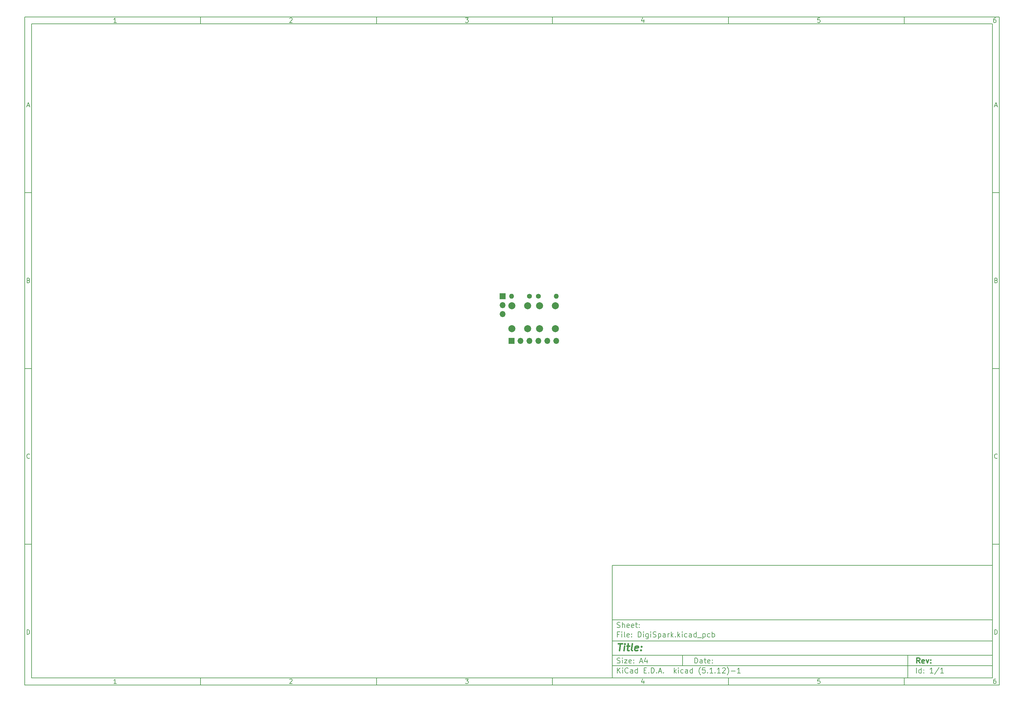
<source format=gbr>
%TF.GenerationSoftware,KiCad,Pcbnew,(5.1.12)-1*%
%TF.CreationDate,2022-07-31T01:05:36+09:00*%
%TF.ProjectId,DigiSpark,44696769-5370-4617-926b-2e6b69636164,rev?*%
%TF.SameCoordinates,Original*%
%TF.FileFunction,Soldermask,Top*%
%TF.FilePolarity,Negative*%
%FSLAX46Y46*%
G04 Gerber Fmt 4.6, Leading zero omitted, Abs format (unit mm)*
G04 Created by KiCad (PCBNEW (5.1.12)-1) date 2022-07-31 01:05:36*
%MOMM*%
%LPD*%
G01*
G04 APERTURE LIST*
%ADD10C,0.100000*%
%ADD11C,0.150000*%
%ADD12C,0.300000*%
%ADD13C,0.400000*%
%ADD14C,2.000000*%
%ADD15O,1.700000X1.700000*%
%ADD16R,1.700000X1.700000*%
%ADD17O,1.400000X1.400000*%
%ADD18C,1.400000*%
G04 APERTURE END LIST*
D10*
D11*
X177002200Y-166007200D02*
X177002200Y-198007200D01*
X285002200Y-198007200D01*
X285002200Y-166007200D01*
X177002200Y-166007200D01*
D10*
D11*
X10000000Y-10000000D02*
X10000000Y-200007200D01*
X287002200Y-200007200D01*
X287002200Y-10000000D01*
X10000000Y-10000000D01*
D10*
D11*
X12000000Y-12000000D02*
X12000000Y-198007200D01*
X285002200Y-198007200D01*
X285002200Y-12000000D01*
X12000000Y-12000000D01*
D10*
D11*
X60000000Y-12000000D02*
X60000000Y-10000000D01*
D10*
D11*
X110000000Y-12000000D02*
X110000000Y-10000000D01*
D10*
D11*
X160000000Y-12000000D02*
X160000000Y-10000000D01*
D10*
D11*
X210000000Y-12000000D02*
X210000000Y-10000000D01*
D10*
D11*
X260000000Y-12000000D02*
X260000000Y-10000000D01*
D10*
D11*
X36065476Y-11588095D02*
X35322619Y-11588095D01*
X35694047Y-11588095D02*
X35694047Y-10288095D01*
X35570238Y-10473809D01*
X35446428Y-10597619D01*
X35322619Y-10659523D01*
D10*
D11*
X85322619Y-10411904D02*
X85384523Y-10350000D01*
X85508333Y-10288095D01*
X85817857Y-10288095D01*
X85941666Y-10350000D01*
X86003571Y-10411904D01*
X86065476Y-10535714D01*
X86065476Y-10659523D01*
X86003571Y-10845238D01*
X85260714Y-11588095D01*
X86065476Y-11588095D01*
D10*
D11*
X135260714Y-10288095D02*
X136065476Y-10288095D01*
X135632142Y-10783333D01*
X135817857Y-10783333D01*
X135941666Y-10845238D01*
X136003571Y-10907142D01*
X136065476Y-11030952D01*
X136065476Y-11340476D01*
X136003571Y-11464285D01*
X135941666Y-11526190D01*
X135817857Y-11588095D01*
X135446428Y-11588095D01*
X135322619Y-11526190D01*
X135260714Y-11464285D01*
D10*
D11*
X185941666Y-10721428D02*
X185941666Y-11588095D01*
X185632142Y-10226190D02*
X185322619Y-11154761D01*
X186127380Y-11154761D01*
D10*
D11*
X236003571Y-10288095D02*
X235384523Y-10288095D01*
X235322619Y-10907142D01*
X235384523Y-10845238D01*
X235508333Y-10783333D01*
X235817857Y-10783333D01*
X235941666Y-10845238D01*
X236003571Y-10907142D01*
X236065476Y-11030952D01*
X236065476Y-11340476D01*
X236003571Y-11464285D01*
X235941666Y-11526190D01*
X235817857Y-11588095D01*
X235508333Y-11588095D01*
X235384523Y-11526190D01*
X235322619Y-11464285D01*
D10*
D11*
X285941666Y-10288095D02*
X285694047Y-10288095D01*
X285570238Y-10350000D01*
X285508333Y-10411904D01*
X285384523Y-10597619D01*
X285322619Y-10845238D01*
X285322619Y-11340476D01*
X285384523Y-11464285D01*
X285446428Y-11526190D01*
X285570238Y-11588095D01*
X285817857Y-11588095D01*
X285941666Y-11526190D01*
X286003571Y-11464285D01*
X286065476Y-11340476D01*
X286065476Y-11030952D01*
X286003571Y-10907142D01*
X285941666Y-10845238D01*
X285817857Y-10783333D01*
X285570238Y-10783333D01*
X285446428Y-10845238D01*
X285384523Y-10907142D01*
X285322619Y-11030952D01*
D10*
D11*
X60000000Y-198007200D02*
X60000000Y-200007200D01*
D10*
D11*
X110000000Y-198007200D02*
X110000000Y-200007200D01*
D10*
D11*
X160000000Y-198007200D02*
X160000000Y-200007200D01*
D10*
D11*
X210000000Y-198007200D02*
X210000000Y-200007200D01*
D10*
D11*
X260000000Y-198007200D02*
X260000000Y-200007200D01*
D10*
D11*
X36065476Y-199595295D02*
X35322619Y-199595295D01*
X35694047Y-199595295D02*
X35694047Y-198295295D01*
X35570238Y-198481009D01*
X35446428Y-198604819D01*
X35322619Y-198666723D01*
D10*
D11*
X85322619Y-198419104D02*
X85384523Y-198357200D01*
X85508333Y-198295295D01*
X85817857Y-198295295D01*
X85941666Y-198357200D01*
X86003571Y-198419104D01*
X86065476Y-198542914D01*
X86065476Y-198666723D01*
X86003571Y-198852438D01*
X85260714Y-199595295D01*
X86065476Y-199595295D01*
D10*
D11*
X135260714Y-198295295D02*
X136065476Y-198295295D01*
X135632142Y-198790533D01*
X135817857Y-198790533D01*
X135941666Y-198852438D01*
X136003571Y-198914342D01*
X136065476Y-199038152D01*
X136065476Y-199347676D01*
X136003571Y-199471485D01*
X135941666Y-199533390D01*
X135817857Y-199595295D01*
X135446428Y-199595295D01*
X135322619Y-199533390D01*
X135260714Y-199471485D01*
D10*
D11*
X185941666Y-198728628D02*
X185941666Y-199595295D01*
X185632142Y-198233390D02*
X185322619Y-199161961D01*
X186127380Y-199161961D01*
D10*
D11*
X236003571Y-198295295D02*
X235384523Y-198295295D01*
X235322619Y-198914342D01*
X235384523Y-198852438D01*
X235508333Y-198790533D01*
X235817857Y-198790533D01*
X235941666Y-198852438D01*
X236003571Y-198914342D01*
X236065476Y-199038152D01*
X236065476Y-199347676D01*
X236003571Y-199471485D01*
X235941666Y-199533390D01*
X235817857Y-199595295D01*
X235508333Y-199595295D01*
X235384523Y-199533390D01*
X235322619Y-199471485D01*
D10*
D11*
X285941666Y-198295295D02*
X285694047Y-198295295D01*
X285570238Y-198357200D01*
X285508333Y-198419104D01*
X285384523Y-198604819D01*
X285322619Y-198852438D01*
X285322619Y-199347676D01*
X285384523Y-199471485D01*
X285446428Y-199533390D01*
X285570238Y-199595295D01*
X285817857Y-199595295D01*
X285941666Y-199533390D01*
X286003571Y-199471485D01*
X286065476Y-199347676D01*
X286065476Y-199038152D01*
X286003571Y-198914342D01*
X285941666Y-198852438D01*
X285817857Y-198790533D01*
X285570238Y-198790533D01*
X285446428Y-198852438D01*
X285384523Y-198914342D01*
X285322619Y-199038152D01*
D10*
D11*
X10000000Y-60000000D02*
X12000000Y-60000000D01*
D10*
D11*
X10000000Y-110000000D02*
X12000000Y-110000000D01*
D10*
D11*
X10000000Y-160000000D02*
X12000000Y-160000000D01*
D10*
D11*
X10690476Y-35216666D02*
X11309523Y-35216666D01*
X10566666Y-35588095D02*
X11000000Y-34288095D01*
X11433333Y-35588095D01*
D10*
D11*
X11092857Y-84907142D02*
X11278571Y-84969047D01*
X11340476Y-85030952D01*
X11402380Y-85154761D01*
X11402380Y-85340476D01*
X11340476Y-85464285D01*
X11278571Y-85526190D01*
X11154761Y-85588095D01*
X10659523Y-85588095D01*
X10659523Y-84288095D01*
X11092857Y-84288095D01*
X11216666Y-84350000D01*
X11278571Y-84411904D01*
X11340476Y-84535714D01*
X11340476Y-84659523D01*
X11278571Y-84783333D01*
X11216666Y-84845238D01*
X11092857Y-84907142D01*
X10659523Y-84907142D01*
D10*
D11*
X11402380Y-135464285D02*
X11340476Y-135526190D01*
X11154761Y-135588095D01*
X11030952Y-135588095D01*
X10845238Y-135526190D01*
X10721428Y-135402380D01*
X10659523Y-135278571D01*
X10597619Y-135030952D01*
X10597619Y-134845238D01*
X10659523Y-134597619D01*
X10721428Y-134473809D01*
X10845238Y-134350000D01*
X11030952Y-134288095D01*
X11154761Y-134288095D01*
X11340476Y-134350000D01*
X11402380Y-134411904D01*
D10*
D11*
X10659523Y-185588095D02*
X10659523Y-184288095D01*
X10969047Y-184288095D01*
X11154761Y-184350000D01*
X11278571Y-184473809D01*
X11340476Y-184597619D01*
X11402380Y-184845238D01*
X11402380Y-185030952D01*
X11340476Y-185278571D01*
X11278571Y-185402380D01*
X11154761Y-185526190D01*
X10969047Y-185588095D01*
X10659523Y-185588095D01*
D10*
D11*
X287002200Y-60000000D02*
X285002200Y-60000000D01*
D10*
D11*
X287002200Y-110000000D02*
X285002200Y-110000000D01*
D10*
D11*
X287002200Y-160000000D02*
X285002200Y-160000000D01*
D10*
D11*
X285692676Y-35216666D02*
X286311723Y-35216666D01*
X285568866Y-35588095D02*
X286002200Y-34288095D01*
X286435533Y-35588095D01*
D10*
D11*
X286095057Y-84907142D02*
X286280771Y-84969047D01*
X286342676Y-85030952D01*
X286404580Y-85154761D01*
X286404580Y-85340476D01*
X286342676Y-85464285D01*
X286280771Y-85526190D01*
X286156961Y-85588095D01*
X285661723Y-85588095D01*
X285661723Y-84288095D01*
X286095057Y-84288095D01*
X286218866Y-84350000D01*
X286280771Y-84411904D01*
X286342676Y-84535714D01*
X286342676Y-84659523D01*
X286280771Y-84783333D01*
X286218866Y-84845238D01*
X286095057Y-84907142D01*
X285661723Y-84907142D01*
D10*
D11*
X286404580Y-135464285D02*
X286342676Y-135526190D01*
X286156961Y-135588095D01*
X286033152Y-135588095D01*
X285847438Y-135526190D01*
X285723628Y-135402380D01*
X285661723Y-135278571D01*
X285599819Y-135030952D01*
X285599819Y-134845238D01*
X285661723Y-134597619D01*
X285723628Y-134473809D01*
X285847438Y-134350000D01*
X286033152Y-134288095D01*
X286156961Y-134288095D01*
X286342676Y-134350000D01*
X286404580Y-134411904D01*
D10*
D11*
X285661723Y-185588095D02*
X285661723Y-184288095D01*
X285971247Y-184288095D01*
X286156961Y-184350000D01*
X286280771Y-184473809D01*
X286342676Y-184597619D01*
X286404580Y-184845238D01*
X286404580Y-185030952D01*
X286342676Y-185278571D01*
X286280771Y-185402380D01*
X286156961Y-185526190D01*
X285971247Y-185588095D01*
X285661723Y-185588095D01*
D10*
D11*
X200434342Y-193785771D02*
X200434342Y-192285771D01*
X200791485Y-192285771D01*
X201005771Y-192357200D01*
X201148628Y-192500057D01*
X201220057Y-192642914D01*
X201291485Y-192928628D01*
X201291485Y-193142914D01*
X201220057Y-193428628D01*
X201148628Y-193571485D01*
X201005771Y-193714342D01*
X200791485Y-193785771D01*
X200434342Y-193785771D01*
X202577200Y-193785771D02*
X202577200Y-193000057D01*
X202505771Y-192857200D01*
X202362914Y-192785771D01*
X202077200Y-192785771D01*
X201934342Y-192857200D01*
X202577200Y-193714342D02*
X202434342Y-193785771D01*
X202077200Y-193785771D01*
X201934342Y-193714342D01*
X201862914Y-193571485D01*
X201862914Y-193428628D01*
X201934342Y-193285771D01*
X202077200Y-193214342D01*
X202434342Y-193214342D01*
X202577200Y-193142914D01*
X203077200Y-192785771D02*
X203648628Y-192785771D01*
X203291485Y-192285771D02*
X203291485Y-193571485D01*
X203362914Y-193714342D01*
X203505771Y-193785771D01*
X203648628Y-193785771D01*
X204720057Y-193714342D02*
X204577200Y-193785771D01*
X204291485Y-193785771D01*
X204148628Y-193714342D01*
X204077200Y-193571485D01*
X204077200Y-193000057D01*
X204148628Y-192857200D01*
X204291485Y-192785771D01*
X204577200Y-192785771D01*
X204720057Y-192857200D01*
X204791485Y-193000057D01*
X204791485Y-193142914D01*
X204077200Y-193285771D01*
X205434342Y-193642914D02*
X205505771Y-193714342D01*
X205434342Y-193785771D01*
X205362914Y-193714342D01*
X205434342Y-193642914D01*
X205434342Y-193785771D01*
X205434342Y-192857200D02*
X205505771Y-192928628D01*
X205434342Y-193000057D01*
X205362914Y-192928628D01*
X205434342Y-192857200D01*
X205434342Y-193000057D01*
D10*
D11*
X177002200Y-194507200D02*
X285002200Y-194507200D01*
D10*
D11*
X178434342Y-196585771D02*
X178434342Y-195085771D01*
X179291485Y-196585771D02*
X178648628Y-195728628D01*
X179291485Y-195085771D02*
X178434342Y-195942914D01*
X179934342Y-196585771D02*
X179934342Y-195585771D01*
X179934342Y-195085771D02*
X179862914Y-195157200D01*
X179934342Y-195228628D01*
X180005771Y-195157200D01*
X179934342Y-195085771D01*
X179934342Y-195228628D01*
X181505771Y-196442914D02*
X181434342Y-196514342D01*
X181220057Y-196585771D01*
X181077200Y-196585771D01*
X180862914Y-196514342D01*
X180720057Y-196371485D01*
X180648628Y-196228628D01*
X180577200Y-195942914D01*
X180577200Y-195728628D01*
X180648628Y-195442914D01*
X180720057Y-195300057D01*
X180862914Y-195157200D01*
X181077200Y-195085771D01*
X181220057Y-195085771D01*
X181434342Y-195157200D01*
X181505771Y-195228628D01*
X182791485Y-196585771D02*
X182791485Y-195800057D01*
X182720057Y-195657200D01*
X182577200Y-195585771D01*
X182291485Y-195585771D01*
X182148628Y-195657200D01*
X182791485Y-196514342D02*
X182648628Y-196585771D01*
X182291485Y-196585771D01*
X182148628Y-196514342D01*
X182077200Y-196371485D01*
X182077200Y-196228628D01*
X182148628Y-196085771D01*
X182291485Y-196014342D01*
X182648628Y-196014342D01*
X182791485Y-195942914D01*
X184148628Y-196585771D02*
X184148628Y-195085771D01*
X184148628Y-196514342D02*
X184005771Y-196585771D01*
X183720057Y-196585771D01*
X183577200Y-196514342D01*
X183505771Y-196442914D01*
X183434342Y-196300057D01*
X183434342Y-195871485D01*
X183505771Y-195728628D01*
X183577200Y-195657200D01*
X183720057Y-195585771D01*
X184005771Y-195585771D01*
X184148628Y-195657200D01*
X186005771Y-195800057D02*
X186505771Y-195800057D01*
X186720057Y-196585771D02*
X186005771Y-196585771D01*
X186005771Y-195085771D01*
X186720057Y-195085771D01*
X187362914Y-196442914D02*
X187434342Y-196514342D01*
X187362914Y-196585771D01*
X187291485Y-196514342D01*
X187362914Y-196442914D01*
X187362914Y-196585771D01*
X188077200Y-196585771D02*
X188077200Y-195085771D01*
X188434342Y-195085771D01*
X188648628Y-195157200D01*
X188791485Y-195300057D01*
X188862914Y-195442914D01*
X188934342Y-195728628D01*
X188934342Y-195942914D01*
X188862914Y-196228628D01*
X188791485Y-196371485D01*
X188648628Y-196514342D01*
X188434342Y-196585771D01*
X188077200Y-196585771D01*
X189577200Y-196442914D02*
X189648628Y-196514342D01*
X189577200Y-196585771D01*
X189505771Y-196514342D01*
X189577200Y-196442914D01*
X189577200Y-196585771D01*
X190220057Y-196157200D02*
X190934342Y-196157200D01*
X190077200Y-196585771D02*
X190577200Y-195085771D01*
X191077200Y-196585771D01*
X191577200Y-196442914D02*
X191648628Y-196514342D01*
X191577200Y-196585771D01*
X191505771Y-196514342D01*
X191577200Y-196442914D01*
X191577200Y-196585771D01*
X194577200Y-196585771D02*
X194577200Y-195085771D01*
X194720057Y-196014342D02*
X195148628Y-196585771D01*
X195148628Y-195585771D02*
X194577200Y-196157200D01*
X195791485Y-196585771D02*
X195791485Y-195585771D01*
X195791485Y-195085771D02*
X195720057Y-195157200D01*
X195791485Y-195228628D01*
X195862914Y-195157200D01*
X195791485Y-195085771D01*
X195791485Y-195228628D01*
X197148628Y-196514342D02*
X197005771Y-196585771D01*
X196720057Y-196585771D01*
X196577200Y-196514342D01*
X196505771Y-196442914D01*
X196434342Y-196300057D01*
X196434342Y-195871485D01*
X196505771Y-195728628D01*
X196577200Y-195657200D01*
X196720057Y-195585771D01*
X197005771Y-195585771D01*
X197148628Y-195657200D01*
X198434342Y-196585771D02*
X198434342Y-195800057D01*
X198362914Y-195657200D01*
X198220057Y-195585771D01*
X197934342Y-195585771D01*
X197791485Y-195657200D01*
X198434342Y-196514342D02*
X198291485Y-196585771D01*
X197934342Y-196585771D01*
X197791485Y-196514342D01*
X197720057Y-196371485D01*
X197720057Y-196228628D01*
X197791485Y-196085771D01*
X197934342Y-196014342D01*
X198291485Y-196014342D01*
X198434342Y-195942914D01*
X199791485Y-196585771D02*
X199791485Y-195085771D01*
X199791485Y-196514342D02*
X199648628Y-196585771D01*
X199362914Y-196585771D01*
X199220057Y-196514342D01*
X199148628Y-196442914D01*
X199077200Y-196300057D01*
X199077200Y-195871485D01*
X199148628Y-195728628D01*
X199220057Y-195657200D01*
X199362914Y-195585771D01*
X199648628Y-195585771D01*
X199791485Y-195657200D01*
X202077200Y-197157200D02*
X202005771Y-197085771D01*
X201862914Y-196871485D01*
X201791485Y-196728628D01*
X201720057Y-196514342D01*
X201648628Y-196157200D01*
X201648628Y-195871485D01*
X201720057Y-195514342D01*
X201791485Y-195300057D01*
X201862914Y-195157200D01*
X202005771Y-194942914D01*
X202077200Y-194871485D01*
X203362914Y-195085771D02*
X202648628Y-195085771D01*
X202577200Y-195800057D01*
X202648628Y-195728628D01*
X202791485Y-195657200D01*
X203148628Y-195657200D01*
X203291485Y-195728628D01*
X203362914Y-195800057D01*
X203434342Y-195942914D01*
X203434342Y-196300057D01*
X203362914Y-196442914D01*
X203291485Y-196514342D01*
X203148628Y-196585771D01*
X202791485Y-196585771D01*
X202648628Y-196514342D01*
X202577200Y-196442914D01*
X204077200Y-196442914D02*
X204148628Y-196514342D01*
X204077200Y-196585771D01*
X204005771Y-196514342D01*
X204077200Y-196442914D01*
X204077200Y-196585771D01*
X205577200Y-196585771D02*
X204720057Y-196585771D01*
X205148628Y-196585771D02*
X205148628Y-195085771D01*
X205005771Y-195300057D01*
X204862914Y-195442914D01*
X204720057Y-195514342D01*
X206220057Y-196442914D02*
X206291485Y-196514342D01*
X206220057Y-196585771D01*
X206148628Y-196514342D01*
X206220057Y-196442914D01*
X206220057Y-196585771D01*
X207720057Y-196585771D02*
X206862914Y-196585771D01*
X207291485Y-196585771D02*
X207291485Y-195085771D01*
X207148628Y-195300057D01*
X207005771Y-195442914D01*
X206862914Y-195514342D01*
X208291485Y-195228628D02*
X208362914Y-195157200D01*
X208505771Y-195085771D01*
X208862914Y-195085771D01*
X209005771Y-195157200D01*
X209077200Y-195228628D01*
X209148628Y-195371485D01*
X209148628Y-195514342D01*
X209077200Y-195728628D01*
X208220057Y-196585771D01*
X209148628Y-196585771D01*
X209648628Y-197157200D02*
X209720057Y-197085771D01*
X209862914Y-196871485D01*
X209934342Y-196728628D01*
X210005771Y-196514342D01*
X210077200Y-196157200D01*
X210077200Y-195871485D01*
X210005771Y-195514342D01*
X209934342Y-195300057D01*
X209862914Y-195157200D01*
X209720057Y-194942914D01*
X209648628Y-194871485D01*
X210791485Y-196014342D02*
X211934342Y-196014342D01*
X213434342Y-196585771D02*
X212577200Y-196585771D01*
X213005771Y-196585771D02*
X213005771Y-195085771D01*
X212862914Y-195300057D01*
X212720057Y-195442914D01*
X212577200Y-195514342D01*
D10*
D11*
X177002200Y-191507200D02*
X285002200Y-191507200D01*
D10*
D12*
X264411485Y-193785771D02*
X263911485Y-193071485D01*
X263554342Y-193785771D02*
X263554342Y-192285771D01*
X264125771Y-192285771D01*
X264268628Y-192357200D01*
X264340057Y-192428628D01*
X264411485Y-192571485D01*
X264411485Y-192785771D01*
X264340057Y-192928628D01*
X264268628Y-193000057D01*
X264125771Y-193071485D01*
X263554342Y-193071485D01*
X265625771Y-193714342D02*
X265482914Y-193785771D01*
X265197200Y-193785771D01*
X265054342Y-193714342D01*
X264982914Y-193571485D01*
X264982914Y-193000057D01*
X265054342Y-192857200D01*
X265197200Y-192785771D01*
X265482914Y-192785771D01*
X265625771Y-192857200D01*
X265697200Y-193000057D01*
X265697200Y-193142914D01*
X264982914Y-193285771D01*
X266197200Y-192785771D02*
X266554342Y-193785771D01*
X266911485Y-192785771D01*
X267482914Y-193642914D02*
X267554342Y-193714342D01*
X267482914Y-193785771D01*
X267411485Y-193714342D01*
X267482914Y-193642914D01*
X267482914Y-193785771D01*
X267482914Y-192857200D02*
X267554342Y-192928628D01*
X267482914Y-193000057D01*
X267411485Y-192928628D01*
X267482914Y-192857200D01*
X267482914Y-193000057D01*
D10*
D11*
X178362914Y-193714342D02*
X178577200Y-193785771D01*
X178934342Y-193785771D01*
X179077200Y-193714342D01*
X179148628Y-193642914D01*
X179220057Y-193500057D01*
X179220057Y-193357200D01*
X179148628Y-193214342D01*
X179077200Y-193142914D01*
X178934342Y-193071485D01*
X178648628Y-193000057D01*
X178505771Y-192928628D01*
X178434342Y-192857200D01*
X178362914Y-192714342D01*
X178362914Y-192571485D01*
X178434342Y-192428628D01*
X178505771Y-192357200D01*
X178648628Y-192285771D01*
X179005771Y-192285771D01*
X179220057Y-192357200D01*
X179862914Y-193785771D02*
X179862914Y-192785771D01*
X179862914Y-192285771D02*
X179791485Y-192357200D01*
X179862914Y-192428628D01*
X179934342Y-192357200D01*
X179862914Y-192285771D01*
X179862914Y-192428628D01*
X180434342Y-192785771D02*
X181220057Y-192785771D01*
X180434342Y-193785771D01*
X181220057Y-193785771D01*
X182362914Y-193714342D02*
X182220057Y-193785771D01*
X181934342Y-193785771D01*
X181791485Y-193714342D01*
X181720057Y-193571485D01*
X181720057Y-193000057D01*
X181791485Y-192857200D01*
X181934342Y-192785771D01*
X182220057Y-192785771D01*
X182362914Y-192857200D01*
X182434342Y-193000057D01*
X182434342Y-193142914D01*
X181720057Y-193285771D01*
X183077200Y-193642914D02*
X183148628Y-193714342D01*
X183077200Y-193785771D01*
X183005771Y-193714342D01*
X183077200Y-193642914D01*
X183077200Y-193785771D01*
X183077200Y-192857200D02*
X183148628Y-192928628D01*
X183077200Y-193000057D01*
X183005771Y-192928628D01*
X183077200Y-192857200D01*
X183077200Y-193000057D01*
X184862914Y-193357200D02*
X185577200Y-193357200D01*
X184720057Y-193785771D02*
X185220057Y-192285771D01*
X185720057Y-193785771D01*
X186862914Y-192785771D02*
X186862914Y-193785771D01*
X186505771Y-192214342D02*
X186148628Y-193285771D01*
X187077200Y-193285771D01*
D10*
D11*
X263434342Y-196585771D02*
X263434342Y-195085771D01*
X264791485Y-196585771D02*
X264791485Y-195085771D01*
X264791485Y-196514342D02*
X264648628Y-196585771D01*
X264362914Y-196585771D01*
X264220057Y-196514342D01*
X264148628Y-196442914D01*
X264077200Y-196300057D01*
X264077200Y-195871485D01*
X264148628Y-195728628D01*
X264220057Y-195657200D01*
X264362914Y-195585771D01*
X264648628Y-195585771D01*
X264791485Y-195657200D01*
X265505771Y-196442914D02*
X265577200Y-196514342D01*
X265505771Y-196585771D01*
X265434342Y-196514342D01*
X265505771Y-196442914D01*
X265505771Y-196585771D01*
X265505771Y-195657200D02*
X265577200Y-195728628D01*
X265505771Y-195800057D01*
X265434342Y-195728628D01*
X265505771Y-195657200D01*
X265505771Y-195800057D01*
X268148628Y-196585771D02*
X267291485Y-196585771D01*
X267720057Y-196585771D02*
X267720057Y-195085771D01*
X267577200Y-195300057D01*
X267434342Y-195442914D01*
X267291485Y-195514342D01*
X269862914Y-195014342D02*
X268577200Y-196942914D01*
X271148628Y-196585771D02*
X270291485Y-196585771D01*
X270720057Y-196585771D02*
X270720057Y-195085771D01*
X270577200Y-195300057D01*
X270434342Y-195442914D01*
X270291485Y-195514342D01*
D10*
D11*
X177002200Y-187507200D02*
X285002200Y-187507200D01*
D10*
D13*
X178714580Y-188211961D02*
X179857438Y-188211961D01*
X179036009Y-190211961D02*
X179286009Y-188211961D01*
X180274104Y-190211961D02*
X180440771Y-188878628D01*
X180524104Y-188211961D02*
X180416961Y-188307200D01*
X180500295Y-188402438D01*
X180607438Y-188307200D01*
X180524104Y-188211961D01*
X180500295Y-188402438D01*
X181107438Y-188878628D02*
X181869342Y-188878628D01*
X181476485Y-188211961D02*
X181262200Y-189926247D01*
X181333628Y-190116723D01*
X181512200Y-190211961D01*
X181702676Y-190211961D01*
X182655057Y-190211961D02*
X182476485Y-190116723D01*
X182405057Y-189926247D01*
X182619342Y-188211961D01*
X184190771Y-190116723D02*
X183988390Y-190211961D01*
X183607438Y-190211961D01*
X183428866Y-190116723D01*
X183357438Y-189926247D01*
X183452676Y-189164342D01*
X183571723Y-188973866D01*
X183774104Y-188878628D01*
X184155057Y-188878628D01*
X184333628Y-188973866D01*
X184405057Y-189164342D01*
X184381247Y-189354819D01*
X183405057Y-189545295D01*
X185155057Y-190021485D02*
X185238390Y-190116723D01*
X185131247Y-190211961D01*
X185047914Y-190116723D01*
X185155057Y-190021485D01*
X185131247Y-190211961D01*
X185286009Y-188973866D02*
X185369342Y-189069104D01*
X185262200Y-189164342D01*
X185178866Y-189069104D01*
X185286009Y-188973866D01*
X185262200Y-189164342D01*
D10*
D11*
X178934342Y-185600057D02*
X178434342Y-185600057D01*
X178434342Y-186385771D02*
X178434342Y-184885771D01*
X179148628Y-184885771D01*
X179720057Y-186385771D02*
X179720057Y-185385771D01*
X179720057Y-184885771D02*
X179648628Y-184957200D01*
X179720057Y-185028628D01*
X179791485Y-184957200D01*
X179720057Y-184885771D01*
X179720057Y-185028628D01*
X180648628Y-186385771D02*
X180505771Y-186314342D01*
X180434342Y-186171485D01*
X180434342Y-184885771D01*
X181791485Y-186314342D02*
X181648628Y-186385771D01*
X181362914Y-186385771D01*
X181220057Y-186314342D01*
X181148628Y-186171485D01*
X181148628Y-185600057D01*
X181220057Y-185457200D01*
X181362914Y-185385771D01*
X181648628Y-185385771D01*
X181791485Y-185457200D01*
X181862914Y-185600057D01*
X181862914Y-185742914D01*
X181148628Y-185885771D01*
X182505771Y-186242914D02*
X182577200Y-186314342D01*
X182505771Y-186385771D01*
X182434342Y-186314342D01*
X182505771Y-186242914D01*
X182505771Y-186385771D01*
X182505771Y-185457200D02*
X182577200Y-185528628D01*
X182505771Y-185600057D01*
X182434342Y-185528628D01*
X182505771Y-185457200D01*
X182505771Y-185600057D01*
X184362914Y-186385771D02*
X184362914Y-184885771D01*
X184720057Y-184885771D01*
X184934342Y-184957200D01*
X185077200Y-185100057D01*
X185148628Y-185242914D01*
X185220057Y-185528628D01*
X185220057Y-185742914D01*
X185148628Y-186028628D01*
X185077200Y-186171485D01*
X184934342Y-186314342D01*
X184720057Y-186385771D01*
X184362914Y-186385771D01*
X185862914Y-186385771D02*
X185862914Y-185385771D01*
X185862914Y-184885771D02*
X185791485Y-184957200D01*
X185862914Y-185028628D01*
X185934342Y-184957200D01*
X185862914Y-184885771D01*
X185862914Y-185028628D01*
X187220057Y-185385771D02*
X187220057Y-186600057D01*
X187148628Y-186742914D01*
X187077200Y-186814342D01*
X186934342Y-186885771D01*
X186720057Y-186885771D01*
X186577200Y-186814342D01*
X187220057Y-186314342D02*
X187077200Y-186385771D01*
X186791485Y-186385771D01*
X186648628Y-186314342D01*
X186577200Y-186242914D01*
X186505771Y-186100057D01*
X186505771Y-185671485D01*
X186577200Y-185528628D01*
X186648628Y-185457200D01*
X186791485Y-185385771D01*
X187077200Y-185385771D01*
X187220057Y-185457200D01*
X187934342Y-186385771D02*
X187934342Y-185385771D01*
X187934342Y-184885771D02*
X187862914Y-184957200D01*
X187934342Y-185028628D01*
X188005771Y-184957200D01*
X187934342Y-184885771D01*
X187934342Y-185028628D01*
X188577200Y-186314342D02*
X188791485Y-186385771D01*
X189148628Y-186385771D01*
X189291485Y-186314342D01*
X189362914Y-186242914D01*
X189434342Y-186100057D01*
X189434342Y-185957200D01*
X189362914Y-185814342D01*
X189291485Y-185742914D01*
X189148628Y-185671485D01*
X188862914Y-185600057D01*
X188720057Y-185528628D01*
X188648628Y-185457200D01*
X188577200Y-185314342D01*
X188577200Y-185171485D01*
X188648628Y-185028628D01*
X188720057Y-184957200D01*
X188862914Y-184885771D01*
X189220057Y-184885771D01*
X189434342Y-184957200D01*
X190077200Y-185385771D02*
X190077200Y-186885771D01*
X190077200Y-185457200D02*
X190220057Y-185385771D01*
X190505771Y-185385771D01*
X190648628Y-185457200D01*
X190720057Y-185528628D01*
X190791485Y-185671485D01*
X190791485Y-186100057D01*
X190720057Y-186242914D01*
X190648628Y-186314342D01*
X190505771Y-186385771D01*
X190220057Y-186385771D01*
X190077200Y-186314342D01*
X192077200Y-186385771D02*
X192077200Y-185600057D01*
X192005771Y-185457200D01*
X191862914Y-185385771D01*
X191577200Y-185385771D01*
X191434342Y-185457200D01*
X192077200Y-186314342D02*
X191934342Y-186385771D01*
X191577200Y-186385771D01*
X191434342Y-186314342D01*
X191362914Y-186171485D01*
X191362914Y-186028628D01*
X191434342Y-185885771D01*
X191577200Y-185814342D01*
X191934342Y-185814342D01*
X192077200Y-185742914D01*
X192791485Y-186385771D02*
X192791485Y-185385771D01*
X192791485Y-185671485D02*
X192862914Y-185528628D01*
X192934342Y-185457200D01*
X193077200Y-185385771D01*
X193220057Y-185385771D01*
X193720057Y-186385771D02*
X193720057Y-184885771D01*
X193862914Y-185814342D02*
X194291485Y-186385771D01*
X194291485Y-185385771D02*
X193720057Y-185957200D01*
X194934342Y-186242914D02*
X195005771Y-186314342D01*
X194934342Y-186385771D01*
X194862914Y-186314342D01*
X194934342Y-186242914D01*
X194934342Y-186385771D01*
X195648628Y-186385771D02*
X195648628Y-184885771D01*
X195791485Y-185814342D02*
X196220057Y-186385771D01*
X196220057Y-185385771D02*
X195648628Y-185957200D01*
X196862914Y-186385771D02*
X196862914Y-185385771D01*
X196862914Y-184885771D02*
X196791485Y-184957200D01*
X196862914Y-185028628D01*
X196934342Y-184957200D01*
X196862914Y-184885771D01*
X196862914Y-185028628D01*
X198220057Y-186314342D02*
X198077200Y-186385771D01*
X197791485Y-186385771D01*
X197648628Y-186314342D01*
X197577200Y-186242914D01*
X197505771Y-186100057D01*
X197505771Y-185671485D01*
X197577200Y-185528628D01*
X197648628Y-185457200D01*
X197791485Y-185385771D01*
X198077200Y-185385771D01*
X198220057Y-185457200D01*
X199505771Y-186385771D02*
X199505771Y-185600057D01*
X199434342Y-185457200D01*
X199291485Y-185385771D01*
X199005771Y-185385771D01*
X198862914Y-185457200D01*
X199505771Y-186314342D02*
X199362914Y-186385771D01*
X199005771Y-186385771D01*
X198862914Y-186314342D01*
X198791485Y-186171485D01*
X198791485Y-186028628D01*
X198862914Y-185885771D01*
X199005771Y-185814342D01*
X199362914Y-185814342D01*
X199505771Y-185742914D01*
X200862914Y-186385771D02*
X200862914Y-184885771D01*
X200862914Y-186314342D02*
X200720057Y-186385771D01*
X200434342Y-186385771D01*
X200291485Y-186314342D01*
X200220057Y-186242914D01*
X200148628Y-186100057D01*
X200148628Y-185671485D01*
X200220057Y-185528628D01*
X200291485Y-185457200D01*
X200434342Y-185385771D01*
X200720057Y-185385771D01*
X200862914Y-185457200D01*
X201220057Y-186528628D02*
X202362914Y-186528628D01*
X202720057Y-185385771D02*
X202720057Y-186885771D01*
X202720057Y-185457200D02*
X202862914Y-185385771D01*
X203148628Y-185385771D01*
X203291485Y-185457200D01*
X203362914Y-185528628D01*
X203434342Y-185671485D01*
X203434342Y-186100057D01*
X203362914Y-186242914D01*
X203291485Y-186314342D01*
X203148628Y-186385771D01*
X202862914Y-186385771D01*
X202720057Y-186314342D01*
X204720057Y-186314342D02*
X204577200Y-186385771D01*
X204291485Y-186385771D01*
X204148628Y-186314342D01*
X204077200Y-186242914D01*
X204005771Y-186100057D01*
X204005771Y-185671485D01*
X204077200Y-185528628D01*
X204148628Y-185457200D01*
X204291485Y-185385771D01*
X204577200Y-185385771D01*
X204720057Y-185457200D01*
X205362914Y-186385771D02*
X205362914Y-184885771D01*
X205362914Y-185457200D02*
X205505771Y-185385771D01*
X205791485Y-185385771D01*
X205934342Y-185457200D01*
X206005771Y-185528628D01*
X206077200Y-185671485D01*
X206077200Y-186100057D01*
X206005771Y-186242914D01*
X205934342Y-186314342D01*
X205791485Y-186385771D01*
X205505771Y-186385771D01*
X205362914Y-186314342D01*
D10*
D11*
X177002200Y-181507200D02*
X285002200Y-181507200D01*
D10*
D11*
X178362914Y-183614342D02*
X178577200Y-183685771D01*
X178934342Y-183685771D01*
X179077200Y-183614342D01*
X179148628Y-183542914D01*
X179220057Y-183400057D01*
X179220057Y-183257200D01*
X179148628Y-183114342D01*
X179077200Y-183042914D01*
X178934342Y-182971485D01*
X178648628Y-182900057D01*
X178505771Y-182828628D01*
X178434342Y-182757200D01*
X178362914Y-182614342D01*
X178362914Y-182471485D01*
X178434342Y-182328628D01*
X178505771Y-182257200D01*
X178648628Y-182185771D01*
X179005771Y-182185771D01*
X179220057Y-182257200D01*
X179862914Y-183685771D02*
X179862914Y-182185771D01*
X180505771Y-183685771D02*
X180505771Y-182900057D01*
X180434342Y-182757200D01*
X180291485Y-182685771D01*
X180077200Y-182685771D01*
X179934342Y-182757200D01*
X179862914Y-182828628D01*
X181791485Y-183614342D02*
X181648628Y-183685771D01*
X181362914Y-183685771D01*
X181220057Y-183614342D01*
X181148628Y-183471485D01*
X181148628Y-182900057D01*
X181220057Y-182757200D01*
X181362914Y-182685771D01*
X181648628Y-182685771D01*
X181791485Y-182757200D01*
X181862914Y-182900057D01*
X181862914Y-183042914D01*
X181148628Y-183185771D01*
X183077200Y-183614342D02*
X182934342Y-183685771D01*
X182648628Y-183685771D01*
X182505771Y-183614342D01*
X182434342Y-183471485D01*
X182434342Y-182900057D01*
X182505771Y-182757200D01*
X182648628Y-182685771D01*
X182934342Y-182685771D01*
X183077200Y-182757200D01*
X183148628Y-182900057D01*
X183148628Y-183042914D01*
X182434342Y-183185771D01*
X183577200Y-182685771D02*
X184148628Y-182685771D01*
X183791485Y-182185771D02*
X183791485Y-183471485D01*
X183862914Y-183614342D01*
X184005771Y-183685771D01*
X184148628Y-183685771D01*
X184648628Y-183542914D02*
X184720057Y-183614342D01*
X184648628Y-183685771D01*
X184577200Y-183614342D01*
X184648628Y-183542914D01*
X184648628Y-183685771D01*
X184648628Y-182757200D02*
X184720057Y-182828628D01*
X184648628Y-182900057D01*
X184577200Y-182828628D01*
X184648628Y-182757200D01*
X184648628Y-182900057D01*
D10*
D11*
X197002200Y-191507200D02*
X197002200Y-194507200D01*
D10*
D11*
X261002200Y-191507200D02*
X261002200Y-198007200D01*
D14*
%TO.C,SW1*%
X148463000Y-92179000D03*
X152963000Y-92179000D03*
X148463000Y-98679000D03*
X152963000Y-98679000D03*
%TD*%
D15*
%TO.C,J2*%
X161036000Y-102108000D03*
X158496000Y-102108000D03*
X155956000Y-102108000D03*
X153416000Y-102108000D03*
X150876000Y-102108000D03*
D16*
X148336000Y-102108000D03*
%TD*%
D17*
%TO.C,R1*%
X148336000Y-89408000D03*
D18*
X153416000Y-89408000D03*
%TD*%
D17*
%TO.C,R2*%
X161036000Y-89408000D03*
D18*
X155956000Y-89408000D03*
%TD*%
D15*
%TO.C,J1*%
X145796000Y-94488000D03*
X145796000Y-91948000D03*
D16*
X145796000Y-89408000D03*
%TD*%
D14*
%TO.C,SW2*%
X160837000Y-98679000D03*
X156337000Y-98679000D03*
X160837000Y-92179000D03*
X156337000Y-92179000D03*
%TD*%
M02*

</source>
